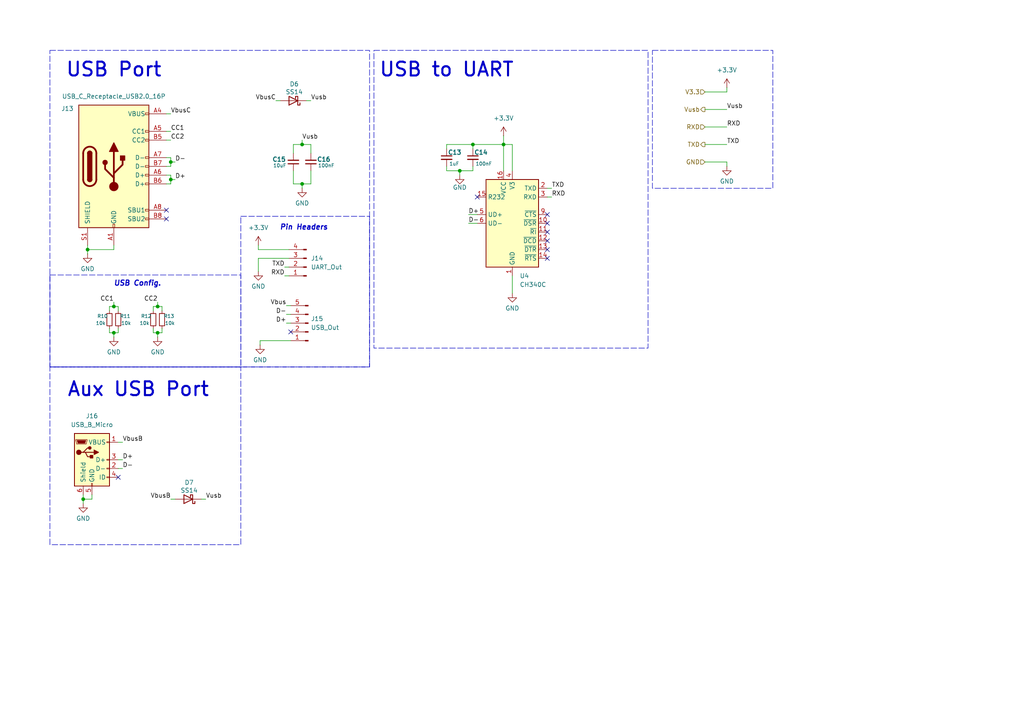
<source format=kicad_sch>
(kicad_sch (version 20250114) (generator "eeschema") (generator_version "9.0")
  (paper "A4")
  (lib_symbols
    (symbol "Connector:Conn_01x04_Pin" (pin_names (offset 1.016) (hide yes))
      (property "Reference" "J" (at 0 5.08 0))
      (property "Value" "Conn_01x04_Pin" (at 0 -7.62 0))
      (symbol "Conn_01x04_Pin_1_1"
        (rectangle (start 0.8636 2.667) (end 0 2.413) (stroke (width 0.1524)) (fill (type outline)))
        (rectangle (start 0.8636 0.127) (end 0 -0.127) (stroke (width 0.1524)) (fill (type outline)))
        (rectangle (start 0.8636 -2.413) (end 0 -2.667) (stroke (width 0.1524)) (fill (type outline)))
        (rectangle (start 0.8636 -4.953) (end 0 -5.207) (stroke (width 0.1524)) (fill (type outline)))
        (polyline (pts (xy 1.27 2.54) (xy 0.8636 2.54)) (stroke (width 0.1524)))
        (polyline (pts (xy 1.27 0) (xy 0.8636 0)) (stroke (width 0.1524)))
        (polyline (pts (xy 1.27 -2.54) (xy 0.8636 -2.54)) (stroke (width 0.1524)))
        (polyline (pts (xy 1.27 -5.08) (xy 0.8636 -5.08)) (stroke (width 0.1524)))
        (pin passive line (at 5.08 2.54 180) (length 3.81) (name "Pin_1") (number "1"))
        (pin passive line (at 5.08 0 180) (length 3.81) (name "Pin_2") (number "2"))
        (pin passive line (at 5.08 -2.54 180) (length 3.81) (name "Pin_3") (number "3"))
        (pin passive line (at 5.08 -5.08 180) (length 3.81) (name "Pin_4") (number "4"))
      )
    )
    (symbol "Connector:Conn_01x05_Pin" (pin_names (offset 1.016) (hide yes))
      (property "Reference" "J" (at 0 7.62 0))
      (property "Value" "Conn_01x05_Pin" (at 0 -7.62 0))
      (symbol "Conn_01x05_Pin_1_1"
        (rectangle (start 0.8636 5.207) (end 0 4.953) (stroke (width 0.1524)) (fill (type outline)))
        (rectangle (start 0.8636 2.667) (end 0 2.413) (stroke (width 0.1524)) (fill (type outline)))
        (rectangle (start 0.8636 0.127) (end 0 -0.127) (stroke (width 0.1524)) (fill (type outline)))
        (rectangle (start 0.8636 -2.413) (end 0 -2.667) (stroke (width 0.1524)) (fill (type outline)))
        (rectangle (start 0.8636 -4.953) (end 0 -5.207) (stroke (width 0.1524)) (fill (type outline)))
        (polyline (pts (xy 1.27 5.08) (xy 0.8636 5.08)) (stroke (width 0.1524)))
        (polyline (pts (xy 1.27 2.54) (xy 0.8636 2.54)) (stroke (width 0.1524)))
        (polyline (pts (xy 1.27 0) (xy 0.8636 0)) (stroke (width 0.1524)))
        (polyline (pts (xy 1.27 -2.54) (xy 0.8636 -2.54)) (stroke (width 0.1524)))
        (polyline (pts (xy 1.27 -5.08) (xy 0.8636 -5.08)) (stroke (width 0.1524)))
        (pin passive line (at 5.08 5.08 180) (length 3.81) (name "Pin_1") (number "1"))
        (pin passive line (at 5.08 2.54 180) (length 3.81) (name "Pin_2") (number "2"))
        (pin passive line (at 5.08 0 180) (length 3.81) (name "Pin_3") (number "3"))
        (pin passive line (at 5.08 -2.54 180) (length 3.81) (name "Pin_4") (number "4"))
        (pin passive line (at 5.08 -5.08 180) (length 3.81) (name "Pin_5") (number "5"))
      )
    )
    (symbol "Connector:USB_B_Micro" (pin_names (offset 1.016))
      (property "Reference" "J" (at -5.08 11.43 0))
      (property "Value" "USB_B_Micro" (at -5.08 8.89 0))
      (symbol "USB_B_Micro_0_1"
        (rectangle (start -5.08 -7.62) (end 5.08 7.62) (stroke (width 0.254)) (fill (type background)))
        (polyline (pts (xy -4.699 5.842) (xy -4.699 5.588) (xy -4.445 4.826) (xy -4.445 4.572) (xy -1.651 4.572) (xy -1.651 4.826) (xy -1.397 5.588) (xy -1.397 5.842) (xy -4.699 5.842)))
        (polyline (pts (xy -4.318 5.588) (xy -1.778 5.588) (xy -2.032 4.826) (xy -4.064 4.826) (xy -4.318 5.588)) (fill (type outline)))
        (circle (center -3.81 2.159) (radius 0.635) (stroke (width 0.254)) (fill (type outline)))
        (polyline (pts (xy -3.175 2.159) (xy -2.54 2.159) (xy -1.27 3.429) (xy -0.635 3.429)) (stroke (width 0.254)))
        (polyline (pts (xy -2.54 2.159) (xy -1.905 2.159) (xy -1.27 0.889) (xy 0 0.889)) (stroke (width 0.254)))
        (polyline (pts (xy -1.905 2.159) (xy 0.635 2.159)) (stroke (width 0.254)))
        (circle (center -0.635 3.429) (radius 0.381) (stroke (width 0.254)) (fill (type outline)))
        (rectangle (start -0.127 -7.62) (end 0.127 -6.858))
        (rectangle (start 0.254 1.27) (end -0.508 0.508) (stroke (width 0.254)) (fill (type outline)))
        (polyline (pts (xy 0.635 2.794) (xy 0.635 1.524) (xy 1.905 2.159) (xy 0.635 2.794)) (stroke (width 0.254)) (fill (type outline)))
        (rectangle (start 5.08 4.953) (end 4.318 5.207))
        (rectangle (start 5.08 -0.127) (end 4.318 0.127))
        (rectangle (start 5.08 -2.667) (end 4.318 -2.413))
        (rectangle (start 5.08 -5.207) (end 4.318 -4.953))
      )
      (symbol "USB_B_Micro_1_1"
        (pin passive line (at -2.54 -10.16 90) (length 2.54) (name "Shield") (number "6"))
        (pin power_out line (at 0 -10.16 90) (length 2.54) (name "GND") (number "5"))
        (pin power_out line (at 7.62 5.08 180) (length 2.54) (name "VBUS") (number "1"))
        (pin bidirectional line (at 7.62 0 180) (length 2.54) (name "D+") (number "3"))
        (pin bidirectional line (at 7.62 -2.54 180) (length 2.54) (name "D-") (number "2"))
        (pin passive line (at 7.62 -5.08 180) (length 2.54) (name "ID") (number "4"))
      )
    )
    (symbol "Connector:USB_C_Receptacle_USB2.0_16P" (pin_names (offset 1.016))
      (property "Reference" "J" (at 0 22.225 0))
      (property "Value" "USB_C_Receptacle_USB2.0_16P" (at 0 19.685 0))
      (symbol "USB_C_Receptacle_USB2.0_16P_0_0"
        (rectangle (start -0.254 -17.78) (end 0.254 -16.764))
        (rectangle (start 10.16 15.494) (end 9.144 14.986))
        (rectangle (start 10.16 10.414) (end 9.144 9.906))
        (rectangle (start 10.16 7.874) (end 9.144 7.366))
        (rectangle (start 10.16 2.794) (end 9.144 2.286))
        (rectangle (start 10.16 0.254) (end 9.144 -0.254))
        (rectangle (start 10.16 -2.286) (end 9.144 -2.794))
        (rectangle (start 10.16 -4.826) (end 9.144 -5.334))
        (rectangle (start 10.16 -12.446) (end 9.144 -12.954))
        (rectangle (start 10.16 -14.986) (end 9.144 -15.494))
      )
      (symbol "USB_C_Receptacle_USB2.0_16P_0_1"
        (rectangle (start -10.16 17.78) (end 10.16 -17.78) (stroke (width 0.254)) (fill (type background)))
        (polyline (pts (xy -8.89 -3.81) (xy -8.89 3.81)) (stroke (width 0.508)))
        (rectangle (start -7.62 -3.81) (end -6.35 3.81) (stroke (width 0.254)) (fill (type outline)))
        (arc (start -7.62 3.81) (mid -6.985 4.4423) (end -6.35 3.81) (stroke (width 0.254)))
        (arc (start -7.62 3.81) (mid -6.985 4.4423) (end -6.35 3.81) (stroke (width 0.254)) (fill (type outline)))
        (arc (start -8.89 3.81) (mid -6.985 5.7067) (end -5.08 3.81) (stroke (width 0.508)))
        (arc (start -5.08 -3.81) (mid -6.985 -5.7067) (end -8.89 -3.81) (stroke (width 0.508)))
        (arc (start -6.35 -3.81) (mid -6.985 -4.4423) (end -7.62 -3.81) (stroke (width 0.254)))
        (arc (start -6.35 -3.81) (mid -6.985 -4.4423) (end -7.62 -3.81) (stroke (width 0.254)) (fill (type outline)))
        (polyline (pts (xy -5.08 3.81) (xy -5.08 -3.81)) (stroke (width 0.508)))
        (circle (center -2.54 1.143) (radius 0.635) (stroke (width 0.254)) (fill (type outline)))
        (polyline (pts (xy -1.27 4.318) (xy 0 6.858) (xy 1.27 4.318) (xy -1.27 4.318)) (stroke (width 0.254)) (fill (type outline)))
        (polyline (pts (xy 0 -2.032) (xy 2.54 0.508) (xy 2.54 1.778)) (stroke (width 0.508)))
        (polyline (pts (xy 0 -3.302) (xy -2.54 -0.762) (xy -2.54 0.508)) (stroke (width 0.508)))
        (polyline (pts (xy 0 -5.842) (xy 0 4.318)) (stroke (width 0.508)))
        (circle (center 0 -5.842) (radius 1.27) (fill (type outline)))
        (rectangle (start 1.905 1.778) (end 3.175 3.048) (stroke (width 0.254)) (fill (type outline)))
      )
      (symbol "USB_C_Receptacle_USB2.0_16P_1_1"
        (pin passive line (at -7.62 -22.86 90) (length 5.08) (name "SHIELD") (number "S1"))
        (pin passive line (at 0 -22.86 90) (length 5.08) (name "GND") (number "A1"))
        (pin passive line (at 0 -22.86 90) (length 5.08) (hide yes) (name "GND") (number "A12"))
        (pin passive line (at 0 -22.86 90) (length 5.08) (hide yes) (name "GND") (number "B1"))
        (pin passive line (at 0 -22.86 90) (length 5.08) (hide yes) (name "GND") (number "B12"))
        (pin passive line (at 15.24 15.24 180) (length 5.08) (name "VBUS") (number "A4"))
        (pin passive line (at 15.24 15.24 180) (length 5.08) (hide yes) (name "VBUS") (number "A9"))
        (pin passive line (at 15.24 15.24 180) (length 5.08) (hide yes) (name "VBUS") (number "B4"))
        (pin passive line (at 15.24 15.24 180) (length 5.08) (hide yes) (name "VBUS") (number "B9"))
        (pin bidirectional line (at 15.24 10.16 180) (length 5.08) (name "CC1") (number "A5"))
        (pin bidirectional line (at 15.24 7.62 180) (length 5.08) (name "CC2") (number "B5"))
        (pin bidirectional line (at 15.24 2.54 180) (length 5.08) (name "D-") (number "A7"))
        (pin bidirectional line (at 15.24 0 180) (length 5.08) (name "D-") (number "B7"))
        (pin bidirectional line (at 15.24 -2.54 180) (length 5.08) (name "D+") (number "A6"))
        (pin bidirectional line (at 15.24 -5.08 180) (length 5.08) (name "D+") (number "B6"))
        (pin bidirectional line (at 15.24 -12.7 180) (length 5.08) (name "SBU1") (number "A8"))
        (pin bidirectional line (at 15.24 -15.24 180) (length 5.08) (name "SBU2") (number "B8"))
      )
    )
    (symbol "Device:C_Small" (pin_numbers (hide yes)) (pin_names (offset 0.254) (hide yes))
      (property "Reference" "C" (at 0.254 1.778 0))
      (property "Value" "C_Small" (at 0.254 -2.032 0))
      (symbol "C_Small_0_1"
        (polyline (pts (xy -1.524 0.508) (xy 1.524 0.508)) (stroke (width 0.3048)))
        (polyline (pts (xy -1.524 -0.508) (xy 1.524 -0.508)) (stroke (width 0.3302)))
      )
      (symbol "C_Small_1_1"
        (pin passive line (at 0 2.54 270) (length 2.032) (name "~") (number "1"))
        (pin passive line (at 0 -2.54 90) (length 2.032) (name "~") (number "2"))
      )
    )
    (symbol "Device:D_Schottky" (pin_numbers (hide yes)) (pin_names (offset 1.016) (hide yes))
      (property "Reference" "D" (at 0 2.54 0))
      (property "Value" "D_Schottky" (at 0 -2.54 0))
      (symbol "D_Schottky_0_1"
        (polyline (pts (xy -1.905 0.635) (xy -1.905 1.27) (xy -1.27 1.27) (xy -1.27 -1.27) (xy -0.635 -1.27) (xy -0.635 -0.635)) (stroke (width 0.254)))
        (polyline (pts (xy 1.27 1.27) (xy 1.27 -1.27) (xy -1.27 0) (xy 1.27 1.27)) (stroke (width 0.254)))
        (polyline (pts (xy 1.27 0) (xy -1.27 0)))
      )
      (symbol "D_Schottky_1_1"
        (pin passive line (at -3.81 0 0) (length 2.54) (name "K") (number "1"))
        (pin passive line (at 3.81 0 180) (length 2.54) (name "A") (number "2"))
      )
    )
    (symbol "Device:R_Small" (pin_numbers (hide yes)) (pin_names (offset 0.254) (hide yes))
      (property "Reference" "R" (at 0 0 90))
      (property "Value" "R_Small" (at 1.778 0 90))
      (symbol "R_Small_0_1"
        (rectangle (start -0.762 1.778) (end 0.762 -1.778) (stroke (width 0.2032)))
      )
      (symbol "R_Small_1_1"
        (pin passive line (at 0 2.54 270) (length 0.762) (name "~") (number "1"))
        (pin passive line (at 0 -2.54 90) (length 0.762) (name "~") (number "2"))
      )
    )
    (symbol "Interface_USB:CH340C"
      (property "Reference" "U" (at -5.08 13.97 0))
      (property "Value" "CH340C" (at 1.27 13.97 0))
      (symbol "CH340C_0_1"
        (rectangle (start -7.62 12.7) (end 7.62 -12.7) (stroke (width 0.254)) (fill (type background)))
      )
      (symbol "CH340C_1_1"
        (pin input line (at -10.16 7.62 0) (length 2.54) (name "R232") (number "15"))
        (pin bidirectional line (at -10.16 2.54 0) (length 2.54) (name "UD+") (number "5"))
        (pin bidirectional line (at -10.16 0 0) (length 2.54) (name "UD-") (number "6"))
        (pin no_connect line (at -7.62 -5.08 0) (length 2.54) (hide yes) (name "NC") (number "7"))
        (pin no_connect line (at -7.62 -7.62 0) (length 2.54) (hide yes) (name "NC") (number "8"))
        (pin power_in line (at -2.54 15.24 270) (length 2.54) (name "VCC") (number "16"))
        (pin power_out line (at 0 15.24 270) (length 2.54) (name "V3") (number "4"))
        (pin power_in line (at 0 -15.24 90) (length 2.54) (name "GND") (number "1"))
        (pin output line (at 10.16 10.16 180) (length 2.54) (name "TXD") (number "2"))
        (pin input line (at 10.16 7.62 180) (length 2.54) (name "RXD") (number "3"))
        (pin input line (at 10.16 2.54 180) (length 2.54) (name "~{CTS}") (number "9"))
        (pin input line (at 10.16 0 180) (length 2.54) (name "~{DSR}") (number "10"))
        (pin input line (at 10.16 -2.54 180) (length 2.54) (name "~{RI}") (number "11"))
        (pin input line (at 10.16 -5.08 180) (length 2.54) (name "~{DCD}") (number "12"))
        (pin output line (at 10.16 -7.62 180) (length 2.54) (name "~{DTR}") (number "13"))
        (pin output line (at 10.16 -10.16 180) (length 2.54) (name "~{RTS}") (number "14"))
      )
    )
    (symbol "power:+3.3V" (power) (pin_numbers (hide yes)) (pin_names (offset 0) (hide yes))
      (property "Value" "+3.3V" (at 0 3.556 0))
      (symbol "+3.3V_0_1"
        (polyline (pts (xy -0.762 1.27) (xy 0 2.54)))
        (polyline (pts (xy 0 2.54) (xy 0.762 1.27)))
        (polyline (pts (xy 0 0) (xy 0 2.54)))
      )
      (symbol "+3.3V_1_1"
        (pin power_in line (at 0 0 90) (length 0) (name "~") (number "1"))
      )
    )
    (symbol "power:GND" (power) (pin_numbers (hide yes)) (pin_names (offset 0) (hide yes))
      (property "Value" "GND" (at 0 -3.81 0))
      (symbol "GND_0_1"
        (polyline (pts (xy 0 0) (xy 0 -1.27) (xy 1.27 -1.27) (xy 0 -2.54) (xy -1.27 -1.27) (xy 0 -1.27)))
      )
      (symbol "GND_1_1"
        (pin power_in line (at 0 0 270) (length 0) (name "~") (number "1"))
      )
    )
  )
  (rectangle (start 14.478 14.605) (end 107.188 106.426) (stroke (width 0) (type dash)))
  (rectangle (start 108.458 14.605) (end 187.96 100.965) (stroke (width 0) (type dash)))
  (rectangle (start 14.478 106.426) (end 69.85 157.988) (stroke (width 0) (type dash)))
  (rectangle (start 14.478 79.756) (end 69.85 106.426) (stroke (width 0) (type dash)))
  (rectangle (start 69.85 62.738) (end 107.188 106.426) (stroke (width 0) (type dash)))
  (rectangle (start 189.23 14.605) (end 224.155 54.61) (stroke (width 0) (type dash)))
  (text "USB to UART \n" (at 131.064 20.32 0) (effects (font (size 4 4) (thickness 0.6) (bold yes))))
  (text "Pin Headers\n" (at 88.138 66.04 0) (effects (font (size 1.5 1.5) (thickness 0.3) (bold yes) (italic yes))))
  (text "USB Config." (at 39.878 82.296 0) (effects (font (size 1.5 1.5) (thickness 0.3) (bold yes) (italic yes))))
  (text "USB Port" (at 33.02 20.32 0) (effects (font (size 4 4) (thickness 0.6) (bold yes))))
  (text "Aux USB Port" (at 40.132 113.03 0) (effects (font (size 4 4) (thickness 0.6) (bold yes))))
  (junction (at 45.72 96.52))
  (junction (at 137.16 41.91))
  (junction (at 87.63 41.91))
  (junction (at 87.63 53.34))
  (junction (at 133.35 49.53))
  (junction (at 146.05 41.91))
  (junction (at 24.13 144.78))
  (junction (at 25.4 72.39))
  (junction (at 49.53 52.07))
  (junction (at 33.02 96.52))
  (junction (at 45.72 88.9))
  (junction (at 33.02 88.9))
  (junction (at 49.53 46.99))
  (no_connect (at 48.26 60.96))
  (no_connect (at 158.75 69.85))
  (no_connect (at 158.75 67.31))
  (no_connect (at 34.29 138.43))
  (no_connect (at 158.75 64.77))
  (no_connect (at 84.328 96.266))
  (no_connect (at 138.43 57.15))
  (no_connect (at 158.75 72.39))
  (no_connect (at 158.75 74.93))
  (no_connect (at 158.75 62.23))
  (no_connect (at 48.26 63.5))
  (wire (pts (xy 210.82 26.67) (xy 210.82 25.4)))
  (wire (pts (xy 46.99 88.9) (xy 46.99 90.17)))
  (wire (pts (xy 204.47 41.91) (xy 210.82 41.91)))
  (wire (pts (xy 49.53 48.26) (xy 49.53 46.99)))
  (wire (pts (xy 44.45 95.25) (xy 44.45 96.52)))
  (wire (pts (xy 83.82 74.93) (xy 74.93 74.93)))
  (wire (pts (xy 148.59 80.01) (xy 148.59 85.09)))
  (wire (pts (xy 31.75 88.9) (xy 31.75 90.17)))
  (wire (pts (xy 90.17 44.45) (xy 90.17 41.91)))
  (wire (pts (xy 137.16 41.91) (xy 137.16 43.18)))
  (wire (pts (xy 48.26 53.34) (xy 49.53 53.34)))
  (wire (pts (xy 35.56 133.35) (xy 34.29 133.35)))
  (wire (pts (xy 83.058 88.646) (xy 84.328 88.646)))
  (wire (pts (xy 34.29 128.27) (xy 35.56 128.27)))
  (wire (pts (xy 82.55 77.47) (xy 83.82 77.47)))
  (wire (pts (xy 46.99 96.52) (xy 46.99 95.25)))
  (wire (pts (xy 45.72 87.63) (xy 45.72 88.9)))
  (wire (pts (xy 25.4 72.39) (xy 25.4 73.66)))
  (wire (pts (xy 74.93 71.12) (xy 74.93 72.39)))
  (wire (pts (xy 24.13 144.78) (xy 24.13 146.05)))
  (wire (pts (xy 90.17 53.34) (xy 90.17 49.53)))
  (wire (pts (xy 204.47 26.67) (xy 210.82 26.67)))
  (wire (pts (xy 158.75 57.15) (xy 160.02 57.15)))
  (wire (pts (xy 87.63 41.91) (xy 90.17 41.91)))
  (wire (pts (xy 48.26 33.02) (xy 49.53 33.02)))
  (wire (pts (xy 34.29 96.52) (xy 34.29 95.25)))
  (wire (pts (xy 210.82 46.99) (xy 204.47 46.99)))
  (wire (pts (xy 85.09 53.34) (xy 87.63 53.34)))
  (wire (pts (xy 137.16 41.91) (xy 146.05 41.91)))
  (wire (pts (xy 135.89 64.77) (xy 138.43 64.77)))
  (wire (pts (xy 85.09 41.91) (xy 85.09 44.45)))
  (wire (pts (xy 85.09 53.34) (xy 85.09 49.53)))
  (wire (pts (xy 33.02 96.52) (xy 33.02 97.79)))
  (wire (pts (xy 146.05 41.91) (xy 146.05 49.53)))
  (wire (pts (xy 24.13 144.78) (xy 26.67 144.78)))
  (wire (pts (xy 146.05 39.37) (xy 146.05 41.91)))
  (wire (pts (xy 49.53 45.72) (xy 48.26 45.72)))
  (wire (pts (xy 25.4 72.39) (xy 33.02 72.39)))
  (wire (pts (xy 84.328 98.806) (xy 75.438 98.806)))
  (wire (pts (xy 146.05 41.91) (xy 148.59 41.91)))
  (wire (pts (xy 33.02 72.39) (xy 33.02 71.12)))
  (wire (pts (xy 44.45 88.9) (xy 44.45 90.17)))
  (wire (pts (xy 133.35 49.53) (xy 129.54 49.53)))
  (wire (pts (xy 49.53 144.78) (xy 50.8 144.78)))
  (wire (pts (xy 83.058 91.186) (xy 84.328 91.186)))
  (wire (pts (xy 49.53 46.99) (xy 50.8 46.99)))
  (wire (pts (xy 49.53 52.07) (xy 49.53 50.8)))
  (wire (pts (xy 133.35 49.53) (xy 133.35 50.8)))
  (wire (pts (xy 49.53 52.07) (xy 50.8 52.07)))
  (wire (pts (xy 204.47 31.75) (xy 210.82 31.75)))
  (wire (pts (xy 33.02 88.9) (xy 34.29 88.9)))
  (wire (pts (xy 48.26 48.26) (xy 49.53 48.26)))
  (wire (pts (xy 148.59 41.91) (xy 148.59 49.53)))
  (wire (pts (xy 204.47 36.83) (xy 210.82 36.83)))
  (wire (pts (xy 85.09 41.91) (xy 87.63 41.91)))
  (wire (pts (xy 35.56 135.89) (xy 34.29 135.89)))
  (wire (pts (xy 48.26 40.64) (xy 49.53 40.64)))
  (wire (pts (xy 26.67 144.78) (xy 26.67 143.51)))
  (wire (pts (xy 82.55 80.01) (xy 83.82 80.01)))
  (wire (pts (xy 137.16 49.53) (xy 137.16 48.26)))
  (wire (pts (xy 45.72 88.9) (xy 46.99 88.9)))
  (wire (pts (xy 45.72 88.9) (xy 44.45 88.9)))
  (wire (pts (xy 25.4 71.12) (xy 25.4 72.39)))
  (wire (pts (xy 31.75 95.25) (xy 31.75 96.52)))
  (wire (pts (xy 49.53 50.8) (xy 48.26 50.8)))
  (wire (pts (xy 129.54 43.18) (xy 129.54 41.91)))
  (wire (pts (xy 31.75 96.52) (xy 33.02 96.52)))
  (wire (pts (xy 133.35 49.53) (xy 137.16 49.53)))
  (wire (pts (xy 135.89 62.23) (xy 138.43 62.23)))
  (wire (pts (xy 129.54 41.91) (xy 137.16 41.91)))
  (wire (pts (xy 83.82 72.39) (xy 74.93 72.39)))
  (wire (pts (xy 129.54 48.26) (xy 129.54 49.53)))
  (wire (pts (xy 34.29 88.9) (xy 34.29 90.17)))
  (wire (pts (xy 33.02 96.52) (xy 34.29 96.52)))
  (wire (pts (xy 24.13 143.51) (xy 24.13 144.78)))
  (wire (pts (xy 75.438 98.806) (xy 75.438 100.076)))
  (wire (pts (xy 74.93 74.93) (xy 74.93 78.74)))
  (wire (pts (xy 33.02 87.63) (xy 33.02 88.9)))
  (wire (pts (xy 33.02 88.9) (xy 31.75 88.9)))
  (wire (pts (xy 48.26 38.1) (xy 49.53 38.1)))
  (wire (pts (xy 83.058 93.726) (xy 84.328 93.726)))
  (wire (pts (xy 49.53 46.99) (xy 49.53 45.72)))
  (wire (pts (xy 87.63 40.64) (xy 87.63 41.91)))
  (wire (pts (xy 58.42 144.78) (xy 59.69 144.78)))
  (wire (pts (xy 158.75 54.61) (xy 160.02 54.61)))
  (wire (pts (xy 49.53 53.34) (xy 49.53 52.07)))
  (wire (pts (xy 45.72 96.52) (xy 45.72 97.79)))
  (wire (pts (xy 87.63 54.61) (xy 87.63 53.34)))
  (wire (pts (xy 88.9 29.21) (xy 90.17 29.21)))
  (wire (pts (xy 44.45 96.52) (xy 45.72 96.52)))
  (wire (pts (xy 87.63 53.34) (xy 90.17 53.34)))
  (wire (pts (xy 80.01 29.21) (xy 81.28 29.21)))
  (wire (pts (xy 210.82 48.26) (xy 210.82 46.99)))
  (wire (pts (xy 45.72 96.52) (xy 46.99 96.52)))
  (label "RXD" (at 210.82 36.83 0))
  (label "Vusb" (at 90.17 29.21 0))
  (label "VbusC" (at 80.01 29.21 180))
  (label "VbusB" (at 35.56 128.27 0))
  (label "D+" (at 83.058 93.726 180))
  (label "VbusC" (at 49.53 33.02 0))
  (label "Vusb" (at 210.82 31.75 0))
  (label "D+" (at 135.89 62.23 0))
  (label "VbusB" (at 49.53 144.78 180))
  (label "RXD" (at 160.02 57.15 0))
  (label "D-" (at 83.058 91.186 180))
  (label "CC2" (at 45.72 87.63 180))
  (label "D+" (at 35.56 133.35 0))
  (label "TXD" (at 210.82 41.91 0))
  (label "CC1" (at 49.53 38.1 0))
  (label "CC2" (at 49.53 40.64 0))
  (label "RXD" (at 82.55 80.01 180))
  (label "Vbus" (at 83.058 88.646 180))
  (label "D+" (at 50.8 52.07 0))
  (label "TXD" (at 82.55 77.47 180))
  (label "TXD" (at 160.02 54.61 0))
  (label "Vusb" (at 59.69 144.78 0))
  (label "D-" (at 135.89 64.77 0))
  (label "D-" (at 35.56 135.89 0))
  (label "Vusb" (at 87.63 40.64 0))
  (label "D-" (at 50.8 46.99 0))
  (label "CC1" (at 33.02 87.63 180))
  (hierarchical_label "TXD" (shape output) (at 204.47 41.91 180))
  (hierarchical_label "Vusb" (shape output) (at 204.47 31.75 180))
  (hierarchical_label "GND" (shape input) (at 204.47 46.99 180))
  (hierarchical_label "RXD" (shape input) (at 204.47 36.83 180))
  (hierarchical_label "V3.3" (shape input) (at 204.47 26.67 180))
  (symbol (lib_id "power:+3.3V") (at 210.82 25.4 0) (unit 1)
    (property "Reference" "#PWR043" (effects (hide yes)))
    (property "Value" "+3.3V" (at 210.82 20.32 0))
    (property "Description" "Power symbol creates a global label with name \"+3.3V\"" (effects (hide yes)))
    (instances (project "Man-I-Love-Facturas-V2" (path "" (reference "#PWR043") (unit 1))) (project "Man-I-Love-Facturas-V2" (path "" (reference "#PWR045") (unit 1))))
  )
  (symbol (lib_id "Device:R_Small") (at 31.75 92.71 180) (unit 1)
    (property "Reference" "R10" (at 29.718 91.694 0) (effects (font (size 1 1))))
    (property "Value" "10k" (at 29.21 93.726 0) (effects (font (size 1 1))))
    (property "Footprint" "Resistor_SMD:R_0805_2012Metric" (effects (hide yes)))
    (property "Description" "Resistor, small symbol" (effects (hide yes)))
  )
  (symbol (lib_id "power:GND") (at 74.93 78.74 0) (unit 1)
    (property "Reference" "#PWR050" (effects (hide yes)))
    (property "Value" "GND" (at 74.93 83.058 0))
    (property "Description" "Power symbol creates a global label with name \"GND\" , ground" (effects (hide yes)))
    (instances (project "Man-I-Love-Facturas-V2" (path "" (reference "#PWR050") (unit 1))) (project "Man-I-Love-Facturas-V2" (path "" (reference "#PWR035") (unit 1))))
  )
  (symbol (lib_id "power:GND") (at 133.35 50.8 0) (unit 1)
    (property "Reference" "#PWR046" (effects (hide yes)))
    (property "Value" "GND" (at 133.35 54.356 0))
    (property "Description" "Power symbol creates a global label with name \"GND\" , ground" (effects (hide yes)))
    (instances (project "Man-I-Love-Facturas-V2" (path "" (reference "#PWR046") (unit 1))) (project "Man-I-Love-Facturas-V2" (path "" (reference "#PWR043") (unit 1))))
  )
  (symbol (lib_id "Device:C_Small") (at 137.16 45.72 0) (unit 1)
    (property "Reference" "C14" (at 137.414 44.196 0) (effects (font (bold yes)) (justify left)))
    (property "Value" "100nF" (at 137.922 47.498 0) (effects (font (size 1 1)) (justify left)))
    (property "Footprint" "Capacitor_SMD:C_0805_2012Metric" (effects (hide yes)))
    (property "Description" "Unpolarized capacitor, small symbol" (effects (hide yes)))
    (instances (project "Man-I-Love-Facturas-V2" (path "" (reference "C14") (unit 1))) (project "Man-I-Love-Facturas-V2" (path "" (reference "C16") (unit 1))))
  )
  (symbol (lib_id "power:GND") (at 87.63 54.61 0) (unit 1)
    (property "Reference" "#PWR047" (effects (hide yes)))
    (property "Value" "GND" (at 87.63 58.928 0))
    (property "Description" "Power symbol creates a global label with name \"GND\" , ground" (effects (hide yes)))
    (instances (project "Man-I-Love-Facturas-V2" (path "" (reference "#PWR047") (unit 1))) (project "Man-I-Love-Facturas-V2" (path "" (reference "#PWR040") (unit 1))))
  )
  (symbol (lib_id "Connector:USB_B_Micro") (at 26.67 133.35 0) (unit 1)
    (property "Reference" "J16" (at 26.67 120.65 0))
    (property "Value" "USB_B_Micro" (at 26.67 123.19 0))
    (property "Description" "USB Micro Type B connector" (effects (hide yes)))
  )
  (symbol (lib_id "Device:R_Small") (at 44.45 92.71 180) (unit 1)
    (property "Reference" "R12" (at 42.418 91.694 0) (effects (font (size 1 1))))
    (property "Value" "10k" (at 41.91 93.726 0) (effects (font (size 1 1))))
    (property "Footprint" "Resistor_SMD:R_0805_2012Metric" (effects (hide yes)))
    (property "Description" "Resistor, small symbol" (effects (hide yes)))
  )
  (symbol (lib_id "Connector:Conn_01x05_Pin") (at 89.408 93.726 180) (unit 1)
    (property "Reference" "J15" (at 90.17 92.4559 0) (effects (justify right)))
    (property "Value" "USB_Out" (at 90.17 94.9959 0) (effects (justify right)))
    (property "Description" "Generic connector, single row, 01x05, script generated" (effects (hide yes)))
  )
  (symbol (lib_id "power:GND") (at 210.82 48.26 0) (unit 1)
    (property "Reference" "#PWR045" (effects (hide yes)))
    (property "Value" "GND" (at 210.82 52.578 0))
    (property "Description" "Power symbol creates a global label with name \"GND\" , ground" (effects (hide yes)))
    (instances (project "Man-I-Love-Facturas-V2" (path "" (reference "#PWR045") (unit 1))) (project "Man-I-Love-Facturas-V2" (path "" (reference "#PWR046") (unit 1))))
  )
  (symbol (lib_id "Device:D_Schottky") (at 54.61 144.78 180) (unit 1)
    (property "Reference" "D7" (at 54.864 139.954 0))
    (property "Value" "SS14" (at 54.864 142.24 0))
    (property "Footprint" "Diode_SMD:D_SMA" (effects (hide yes)))
    (property "Description" "Schottky diode" (effects (hide yes)))
  )
  (symbol (lib_id "Connector:USB_C_Receptacle_USB2.0_16P") (at 33.02 48.26 0) (unit 1)
    (property "Reference" "J13" (at 19.558 31.496 0))
    (property "Value" "USB_C_Receptacle_USB2.0_16P" (at 33.02 27.94 0))
    (property "Datasheet" "https://www.usb.org/sites/default/files/documents/usb_type-c.zip" (effects (hide yes)))
    (property "Description" "USB 2.0-only 16P Type-C Receptacle connector" (effects (hide yes)))
  )
  (symbol (lib_id "Device:D_Schottky") (at 85.09 29.21 180) (unit 1)
    (property "Reference" "D6" (at 85.344 24.384 0))
    (property "Value" "SS14" (at 85.344 26.67 0))
    (property "Footprint" "Diode_SMD:D_SMA" (effects (hide yes)))
    (property "Description" "Schottky diode" (effects (hide yes)))
  )
  (symbol (lib_id "power:+3.3V") (at 146.05 39.37 0) (unit 1)
    (property "Reference" "#PWR044" (effects (hide yes)))
    (property "Value" "+3.3V" (at 146.05 34.29 0))
    (property "Description" "Power symbol creates a global label with name \"+3.3V\"" (effects (hide yes)))
    (instances (project "Man-I-Love-Facturas-V2" (path "" (reference "#PWR044") (unit 1))) (project "Man-I-Love-Facturas-V2" (path "" (reference "#PWR041") (unit 1))))
  )
  (symbol (lib_id "power:GND") (at 25.4 73.66 0) (unit 1)
    (property "Reference" "#PWR049" (effects (hide yes)))
    (property "Value" "GND" (at 25.4 77.978 0))
    (property "Description" "Power symbol creates a global label with name \"GND\" , ground" (effects (hide yes)))
    (instances (project "Man-I-Love-Facturas-V2" (path "" (reference "#PWR049") (unit 1))) (project "Man-I-Love-Facturas-V2" (path "" (reference "#PWR027") (unit 1))))
  )
  (symbol (lib_id "Interface_USB:CH340C") (at 148.59 64.77 0) (unit 1)
    (property "Reference" "U4" (at 150.7333 80.01 0) (effects (justify left)))
    (property "Value" "CH340C" (at 150.7333 82.55 0) (effects (justify left)))
    (property "Footprint" "Package_SO:SOIC-16_3.9x9.9mm_P1.27mm" (effects (hide yes)))
    (property "Datasheet" "https://datasheet.lcsc.com/szlcsc/Jiangsu-Qin-Heng-CH340C_C84681.pdf" (effects (hide yes)))
    (property "Description" "USB serial converter, crystal-less, UART, SOIC-16" (effects (hide yes)))
  )
  (symbol (lib_id "Device:R_Small") (at 34.29 92.71 180) (unit 1)
    (property "Reference" "R11" (at 36.322 91.694 0) (effects (font (size 1 1))))
    (property "Value" "10k" (at 36.576 93.726 0) (effects (font (size 1 1))))
    (property "Footprint" "Resistor_SMD:R_0805_2012Metric" (effects (hide yes)))
    (property "Description" "Resistor, small symbol" (effects (hide yes)))
  )
  (symbol (lib_id "power:+3.3V") (at 74.93 71.12 0) (unit 1)
    (property "Reference" "#PWR048" (effects (hide yes)))
    (property "Value" "+3.3V" (at 74.93 66.04 0))
    (property "Description" "Power symbol creates a global label with name \"+3.3V\"" (effects (hide yes)))
    (instances (project "Man-I-Love-Facturas-V2" (path "" (reference "#PWR048") (unit 1))) (project "Man-I-Love-Facturas-V2" (path "" (reference "#PWR028") (unit 1))))
  )
  (symbol (lib_id "power:GND") (at 45.72 97.79 0) (unit 1)
    (property "Reference" "#PWR053" (effects (hide yes)))
    (property "Value" "GND" (at 45.72 102.108 0))
    (property "Description" "Power symbol creates a global label with name \"GND\" , ground" (effects (hide yes)))
  )
  (symbol (lib_id "Device:C_Small") (at 129.54 45.72 0) (unit 1)
    (property "Reference" "C13" (at 129.794 44.196 0) (effects (font (bold yes)) (justify left)))
    (property "Value" "1uF" (at 130.302 47.498 0) (effects (font (size 1 1)) (justify left)))
    (property "Footprint" "Capacitor_SMD:C_0603_1608Metric_Pad1.08x0.95mm_HandSolder" (effects (hide yes)))
    (property "Description" "Unpolarized capacitor, small symbol" (effects (hide yes)))
  )
  (symbol (lib_id "Device:C_Small") (at 90.17 46.99 180) (unit 1)
    (property "Reference" "C16" (at 96.012 46.228 0) (effects (font (bold yes)) (justify left)))
    (property "Value" "100nF" (at 97.028 48.006 0) (effects (font (size 1 1)) (justify left)))
    (property "Footprint" "Capacitor_SMD:C_0805_2012Metric" (effects (hide yes)))
    (property "Description" "Unpolarized capacitor, small symbol" (effects (hide yes)))
    (instances (project "Man-I-Love-Facturas-V2" (path "" (reference "C16") (unit 1))) (project "Man-I-Love-Facturas-V2" (path "" (reference "C15") (unit 1))))
  )
  (symbol (lib_id "Connector:Conn_01x04_Pin") (at 88.9 77.47 180) (unit 1)
    (property "Reference" "J14" (at 90.17 74.9299 0) (effects (justify right)))
    (property "Value" "UART_Out" (at 90.17 77.4699 0) (effects (justify right)))
    (property "Description" "Generic connector, single row, 01x04, script generated" (effects (hide yes)))
  )
  (symbol (lib_id "power:GND") (at 148.59 85.09 0) (unit 1)
    (property "Reference" "#PWR051" (effects (hide yes)))
    (property "Value" "GND" (at 148.59 89.408 0))
    (property "Description" "Power symbol creates a global label with name \"GND\" , ground" (effects (hide yes)))
    (instances (project "Man-I-Love-Facturas-V2" (path "" (reference "#PWR051") (unit 1))) (project "Man-I-Love-Facturas-V2" (path "" (reference "#PWR042") (unit 1))))
  )
  (symbol (lib_id "Device:C_Small") (at 85.09 46.99 180) (unit 1)
    (property "Reference" "C15" (at 83.058 46.228 0) (effects (font (bold yes)) (justify left)))
    (property "Value" "10uF" (at 83.058 48.006 0) (effects (font (size 1 1)) (justify left)))
    (property "Footprint" "Capacitor_Tantalum_SMD:CP_EIA-3216-10_Kemet-I_Pad1.58x1.35mm_HandSolder" (effects (hide yes)))
    (property "Description" "Unpolarized capacitor, small symbol" (effects (hide yes)))
    (instances (project "Man-I-Love-Facturas-V2" (path "" (reference "C15") (unit 1))) (project "Man-I-Love-Facturas-V2" (path "" (reference "C14") (unit 1))))
  )
  (symbol (lib_id "power:GND") (at 24.13 146.05 0) (unit 1)
    (property "Reference" "#PWR055" (effects (hide yes)))
    (property "Value" "GND" (at 24.13 150.368 0))
    (property "Description" "Power symbol creates a global label with name \"GND\" , ground" (effects (hide yes)))
  )
  (symbol (lib_id "power:GND") (at 33.02 97.79 0) (unit 1)
    (property "Reference" "#PWR052" (effects (hide yes)))
    (property "Value" "GND" (at 33.02 102.108 0))
    (property "Description" "Power symbol creates a global label with name \"GND\" , ground" (effects (hide yes)))
  )
  (symbol (lib_id "power:GND") (at 75.438 100.076 0) (unit 1)
    (property "Reference" "#PWR054" (effects (hide yes)))
    (property "Value" "GND" (at 75.438 104.394 0))
    (property "Description" "Power symbol creates a global label with name \"GND\" , ground" (effects (hide yes)))
  )
  (symbol (lib_id "Device:R_Small") (at 46.99 92.71 180) (unit 1)
    (property "Reference" "R13" (at 49.022 91.694 0) (effects (font (size 1 1))))
    (property "Value" "10k" (at 49.276 93.726 0) (effects (font (size 1 1))))
    (property "Footprint" "Resistor_SMD:R_0805_2012Metric" (effects (hide yes)))
    (property "Description" "Resistor, small symbol" (effects (hide yes)))
  )
)
</source>
